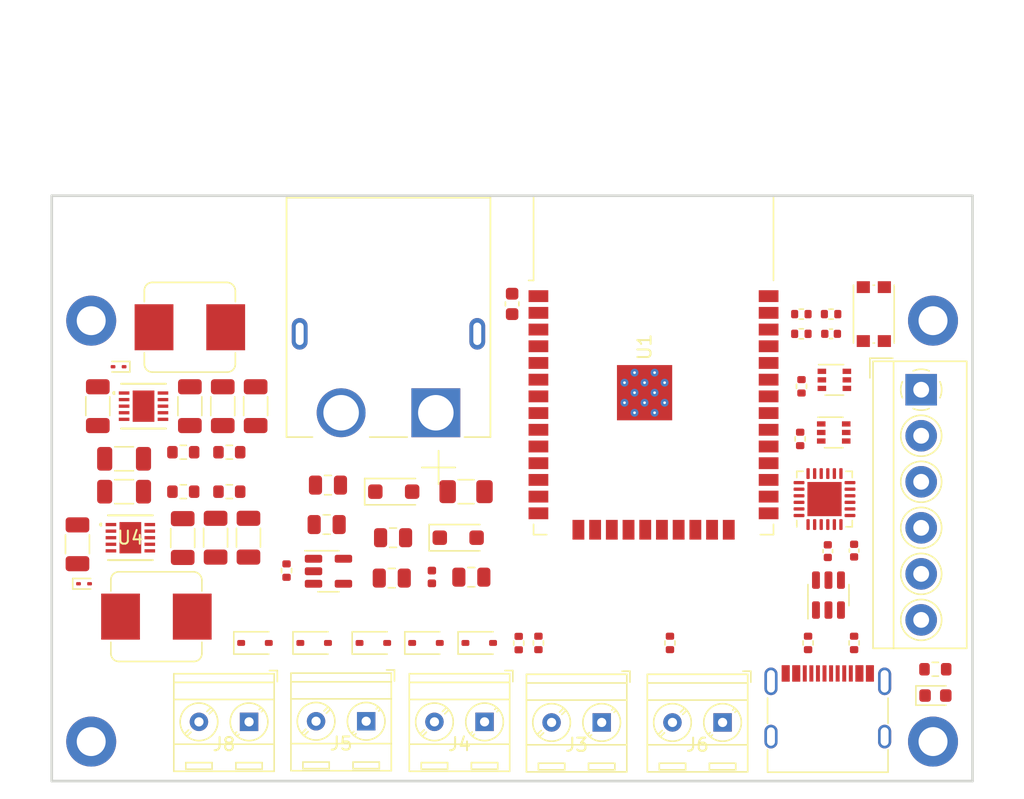
<source format=kicad_pcb>
(kicad_pcb (version 20221018) (generator pcbnew)
  (layers (0 "F.Cu" signal) (1 "In1.Cu" power) (2 "In2.Cu" power) (31 "B.Cu" signal) (34 "B.Paste" user) (35 "F.Paste" user) (36 "B.SilkS" user "B.Silkscreen") (37 "F.SilkS" user "F.Silkscreen") (38 "B.Mask" user) (39 "F.Mask" user) (44 "Edge.Cuts" user))
  (net 0 "")
  (net 1 "/Power/12V_BUCK_SW")
  (net 2 "Net-(U3-BOOST)")
  (net 3 "/Power/PWR_ENABLE")
  (net 5 "/Power/12V_SW_FB")
  (net 6 "GND")
  (net 7 "VBATT")
  (net 8 "/Power/3V_BUCK_SW")
  (net 9 "Net-(U4-BOOST)")
  (net 11 "/Power/3V_SW_FB")
  (net 12 "Net-(J2-+)")
  (net 13 "/MicroController/SBUS_RX_H")
  (net 14 "/MicroController/SBUS_TX")
  (net 15 "Net-(J6-Pin_2)")
  (net 16 "+12V")
  (net 17 "/MicroController/A1_AUX_UP")
  (net 18 "/MicroController/A5_AUX_DN")
  (net 19 "+3.3V")
  (net 20 "/MicroController/A0_REC")
  (net 21 "/MicroController/GPIO2")
  (net 22 "/MicroController/SCL")
  (net 23 "/MicroController/SDA")
  (net 24 "/MicroController/IO12_A11")
  (net 25 "Net-(D4-K)")
  (net 26 "/MicroController/RTS")
  (net 27 "Net-(Q1A-B1)")
  (net 28 "/MicroController/RESET")
  (net 29 "/MicroController/DTR")
  (net 30 "Net-(Q2A-B1)")
  (net 31 "/MicroController/SBUS_RX_L")
  (net 32 "Net-(J1-CC1)")
  (net 33 "Net-(J1-CC2)")
  (net 34 "Net-(U6-VIN)")
  (net 35 "Net-(U6-EN)")
  (net 52 "/MicroController/GPIO0")
  (net 58 "/MicroController/RXDO")
  (net 59 "/MicroController/TXDO")
  (net 60 "/MicroController/USB_CON_D-")
  (net 61 "/MicroController/USB_CON_D+")
  (net 62 "/MicroController/USB_D+")
  (net 63 "VBUS")
  (net 64 "/MicroController/USB_D-")
  (net 79 "Net-(D10-K)")
  (net 80 "Net-(D3-A)")
  (footprint "Resistor_SMD:R_0603_1608Metric" (layer "F.Cu") (at 124.5 86)
    (fp_text reference "R6")
    (fp_text value "11k")
    (pad "1" smd roundrect (at -0.825 0) (size 0.8 0.95) (layers "F.Cu" "F.Paste" "F.Mask") (net 5 "/Power/12V_SW_FB"))
    (pad "2" smd roundrect (at 0.825 0) (size 0.8 0.95) (layers "F.Cu" "F.Paste" "F.Mask") (net 16 "+12V"))
  )
  (footprint "Capacitor_SMD:C_0402_1005Metric" (layer "F.Cu") (at 170 93.52 90)
    (fp_text reference "C13")
    (fp_text value "100nF")
    (pad "1" smd roundrect (at -0.48 0 90) (size 0.56 0.62) (layers "F.Cu" "F.Paste" "F.Mask") (net 63 "VBUS"))
    (pad "2" smd roundrect (at 0.48 0 90) (size 0.56 0.62) (layers "F.Cu" "F.Paste" "F.Mask") (net 6 "GND"))
  )
  (footprint "footprints:DSC_10_TEX" (layer "F.Cu") (at 116.977401 92.499999)
    (fp_text reference "U4" (at 0 0 unlocked) (layer "F.SilkS"))
    (fp_text value "LMR12020XSD/NOPB")
    (pad "1" smd rect (at -1.477401 -1.000001) (size 0.8048 0.2492) (layers "F.Cu" "F.Paste" "F.Mask") (net 8 "/Power/3V_BUCK_SW"))
    (pad "2" smd rect (at -1.477401 -0.499999) (size 0.8048 0.2492) (layers "F.Cu" "F.Paste" "F.Mask") (net 8 "/Power/3V_BUCK_SW"))
    (pad "3" smd rect (at -1.477401 0) (size 0.8048 0.2492) (layers "F.Cu" "F.Paste" "F.Mask") (net 9 "Net-(U4-BOOST)"))
    (pad "4" smd rect (at -1.477401 0.499999) (size 0.8048 0.2492) (layers "F.Cu" "F.Paste" "F.Mask") (net 3 "/Power/PWR_ENABLE"))
    (pad "5" smd rect (at -1.477401 1.000001) (size 0.8048 0.2492) (layers "F.Cu" "F.Paste" "F.Mask"))
    (pad "6" smd rect (at 1.477401 1.000001) (size 0.8048 0.2492) (layers "F.Cu" "F.Paste" "F.Mask") (net 11 "/Power/3V_SW_FB"))
    (pad "7" smd rect (at 1.477401 0.499999) (size 0.8048 0.2492) (layers "F.Cu" "F.Paste" "F.Mask") (net 6 "GND"))
    (pad "8" smd rect (at 1.477401 0) (size 0.8048 0.2492) (layers "F.Cu" "F.Paste" "F.Mask") (net 7 "VBATT"))
    (pad "9" smd rect (at 1.477401 -0.499999) (size 0.8048 0.2492) (layers "F.Cu" "F.Paste" "F.Mask") (net 7 "VBATT"))
    (pad "10" smd rect (at 1.477401 -1.000001) (size 0.8048 0.2492) (layers "F.Cu" "F.Paste" "F.Mask") (net 7 "VBATT"))
    (pad "11" smd rect (at 0 0) (size 1.65 2.38) (layers "F.Cu" "F.Paste" "F.Mask") (net 6 "GND"))
  )
  (footprint "Resistor_SMD:R_0603_1608Metric" (layer "F.Cu") (at 124.5 89)
    (fp_text reference "R8")
    (fp_text value "2.32k")
    (pad "1" smd roundrect (at -0.825 0) (size 0.8 0.95) (layers "F.Cu" "F.Paste" "F.Mask") (net 11 "/Power/3V_SW_FB"))
    (pad "2" smd roundrect (at 0.825 0) (size 0.8 0.95) (layers "F.Cu" "F.Paste" "F.Mask") (net 19 "+3.3V"))
  )
  (footprint "Capacitor_SMD:C_1206_3216Metric" (layer "F.Cu") (at 124 82.500001 -90)
    (fp_text reference "C2")
    (fp_text value "22uF")
    (pad "1" smd roundrect (at -1.475 0 270) (size 1.15 1.8) (layers "F.Cu" "F.Paste" "F.Mask") (roundrect_rratio 0.217391) (net 16 "+12V"))
    (pad "2" smd roundrect (at 1.475 0 270) (size 1.15 1.8) (layers "F.Cu" "F.Paste" "F.Mask") (roundrect_rratio 0.217391) (net 6 "GND"))
  )
  (footprint "MountingHole:MountingHole_2.2mm_M2_DIN965_Pad" (layer "F.Cu") (at 178 108)
    (fp_text reference "H1")
    (fp_text value "MountingHole_Pad")
    (pad "1" thru_hole circle (at 0 0) (size 3.8 3.8) (drill 2.2) (layers "*.Cu" "*.Mask") (net 6 "GND"))
  )
  (footprint "Capacitor_SMD:C_0805_2012Metric" (layer "F.Cu") (at 136.95 92.5 180)
    (fp_text reference "C14")
    (fp_text value "1uF")
    (pad "1" smd roundrect (at -0.95 0 180) (size 1 1.45) (layers "F.Cu" "F.Paste" "F.Mask") (net 79 "Net-(D10-K)"))
    (pad "2" smd roundrect (at 0.95 0 180) (size 1 1.45) (layers "F.Cu" "F.Paste" "F.Mask") (net 6 "GND"))
  )
  (footprint "Resistor_SMD:R_0402_1005Metric" (layer "F.Cu") (at 146.5 100.51 -90)
    (fp_text reference "R7")
    (fp_text value "10k")
    (pad "1" smd roundrect (at -0.51 0 270) (size 0.54 0.64) (layers "F.Cu" "F.Paste" "F.Mask") (net 31 "/MicroController/SBUS_RX_L"))
    (pad "2" smd roundrect (at 0.51 0 270) (size 0.54 0.64) (layers "F.Cu" "F.Paste" "F.Mask") (net 13 "/MicroController/SBUS_RX_H"))
  )
  (footprint "TerminalBlock_4Ucon:TerminalBlock_4Ucon_1x06_P3.50mm_Horizontal" (layer "F.Cu") (at 177.1 81.25 -90)
    (fp_text reference "J7")
    (fp_text value "DNP")
    (pad "1" thru_hole rect (at 0 0 270) (size 2.4 2.4) (drill 1.2) (layers "*.Cu" "*.Mask") (net 19 "+3.3V"))
    (pad "2" thru_hole circle (at 3.5 0 270) (size 2.4 2.4) (drill 1.2) (layers "*.Cu" "*.Mask") (net 6 "GND"))
    (pad "3" thru_hole circle (at 7 0 270) (size 2.4 2.4) (drill 1.2) (layers "*.Cu" "*.Mask") (net 21 "/MicroController/GPIO2"))
    (pad "4" thru_hole circle (at 10.5 0 270) (size 2.4 2.4) (drill 1.2) (layers "*.Cu" "*.Mask") (net 22 "/MicroController/SCL"))
    (pad "5" thru_hole circle (at 14 0 270) (size 2.4 2.4) (drill 1.2) (layers "*.Cu" "*.Mask") (net 23 "/MicroController/SDA"))
    (pad "6" thru_hole circle (at 17.5 0 270) (size 2.4 2.4) (drill 1.2) (layers "*.Cu" "*.Mask") (net 24 "/MicroController/IO12_A11"))
  )
  (footprint "Resistor_SMD:R_0402_1005Metric" (layer "F.Cu") (at 167.99 75.5)
    (fp_text reference "R15")
    (fp_text value "10k")
    (pad "1" smd roundrect (at -0.51 0) (size 0.54 0.64) (layers "F.Cu" "F.Paste" "F.Mask") (net 19 "+3.3V"))
    (pad "2" smd roundrect (at 0.51 0) (size 0.54 0.64) (layers "F.Cu" "F.Paste" "F.Mask") (net 23 "/MicroController/SDA"))
  )
  (footprint "Inductor_SMD:L_Bourns_SRP7028A_7.3x6.6mm" (layer "F.Cu") (at 118.954802 98.499999 180)
    (fp_text reference "L2")
    (fp_text value "3.3uH")
    (pad "1" smd rect (at -2.725 0 180) (size 2.95 3.5) (layers "F.Cu" "F.Paste" "F.Mask") (net 19 "+3.3V"))
    (pad "2" smd rect (at 2.725 0 180) (size 2.95 3.5) (layers "F.Cu" "F.Paste" "F.Mask") (net 8 "/Power/3V_BUCK_SW"))
  )
  (footprint "Resistor_SMD:R_0402_1005Metric" (layer "F.Cu") (at 167.99 77)
    (fp_text reference "R14")
    (fp_text value "10k")
    (pad "1" smd roundrect (at -0.51 0) (size 0.54 0.64) (layers "F.Cu" "F.Paste" "F.Mask") (net 19 "+3.3V"))
    (pad "2" smd roundrect (at 0.51 0) (size 0.54 0.64) (layers "F.Cu" "F.Paste" "F.Mask") (net 22 "/MicroController/SCL"))
  )
  (footprint "Capacitor_SMD:C_1206_3216Metric" (layer "F.Cu") (at 126.5 82.500001 -90)
    (fp_text reference "C4")
    (fp_text value "22uF")
    (pad "1" smd roundrect (at -1.475 0 270) (size 1.15 1.8) (layers "F.Cu" "F.Paste" "F.Mask") (roundrect_rratio 0.217391) (net 16 "+12V"))
    (pad "2" smd roundrect (at 1.475 0 270) (size 1.15 1.8) (layers "F.Cu" "F.Paste" "F.Mask") (roundrect_rratio 0.217391) (net 6 "GND"))
  )
  (footprint "Capacitor_SMD:C_1206_3216Metric" (layer "F.Cu") (at 125.954802 92.499999 -90)
    (fp_text reference "C5")
    (fp_text value "22uF")
    (pad "1" smd roundrect (at -1.475 0 270) (size 1.15 1.8) (layers "F.Cu" "F.Paste" "F.Mask") (roundrect_rratio 0.217391) (net 19 "+3.3V"))
    (pad "2" smd roundrect (at 1.475 0 270) (size 1.15 1.8) (layers "F.Cu" "F.Paste" "F.Mask") (roundrect_rratio 0.217391) (net 6 "GND"))
  )
  (footprint "Capacitor_SMD:C_0805_2012Metric" (layer "F.Cu") (at 132 88.5)
    (fp_text reference "C18")
    (fp_text value "1uF")
    (pad "1" smd roundrect (at -0.95 0) (size 1 1.45) (layers "F.Cu" "F.Paste" "F.Mask") (net 19 "+3.3V"))
    (pad "2" smd roundrect (at 0.95 0) (size 1 1.45) (layers "F.Cu" "F.Paste" "F.Mask") (net 6 "GND"))
  )
  (footprint "Diode_SMD:D_SOD-123F" (layer "F.Cu") (at 141.9 92.5)
    (fp_text reference "D10")
    (fp_text value "MBR120")
    (pad "1" smd roundrect (at -1.4 0) (size 1.1 1.1) (layers "F.Cu" "F.Paste" "F.Mask") (roundrect_rratio 0.2272727273) (net 79 "Net-(D10-K)"))
    (pad "2" smd roundrect (at 1.4 0) (size 1.1 1.1) (layers "F.Cu" "F.Paste" "F.Mask") (roundrect_rratio 0.2272727273) (net 63 "VBUS"))
  )
  (footprint "TerminalBlock_MetzConnect:TerminalBlock_MetzConnect_Type086_RT03402HBLC_1x02_P3.81mm_Horizontal" (layer "F.Cu") (at 126 106.499999 180)
    (fp_text reference "J8" (at 1.905 -1.7) (layer "F.SilkS"))
    (fp_text value "BTN0")
    (pad "1" thru_hole rect (at 0 0 180) (size 1.4 1.4) (drill 0.7) (layers "*.Cu" "*.Mask") (net 19 "+3.3V"))
    (pad "2" thru_hole circle (at 3.81 0 180) (size 1.4 1.4) (drill 0.7) (layers "*.Cu" "*.Mask") (net 20 "/MicroController/A0_REC"))
  )
  (footprint "Package_DFN_QFN:QFN-24-1EP_4x4mm_P0.5mm_EP2.6x2.6mm" (layer "F.Cu") (at 169.75 89.5625 90)
    (fp_text reference "U2")
    (fp_text value "CP2104")
    (pad "1" smd roundrect (at -1.9375 -1.25 90) (size 0.825 0.25) (layers "F.Cu" "F.Paste" "F.Mask"))
    (pad "2" smd roundrect (at -1.9375 -0.75 90) (size 0.825 0.25) (layers "F.Cu" "F.Paste" "F.Mask") (net 6 "GND"))
    (pad "3" smd roundrect (at -1.9375 -0.25 90) (size 0.825 0.25) (layers "F.Cu" "F.Paste" "F.Mask") (net 62 "/MicroController/USB_D+"))
    (pad "4" smd roundrect (at -1.9375 0.25 90) (size 0.825 0.25) (layers "F.Cu" "F.Paste" "F.Mask") (net 64 "/MicroController/USB_D-"))
    (pad "5" smd roundrect (at -1.9375 0.75 90) (size 0.825 0.25) (layers "F.Cu" "F.Paste" "F.Mask") (net 19 "+3.3V"))
    (pad "6" smd roundrect (at -1.9375 1.25 90) (size 0.825 0.25) (layers "F.Cu" "F.Paste" "F.Mask") (net 19 "+3.3V"))
    (pad "7" smd roundrect (at -1.25 1.9375 90) (size 0.25 0.825) (layers "F.Cu" "F.Paste" "F.Mask") (net 19 "+3.3V"))
    (pad "8" smd roundrect (at -0.75 1.9375 90) (size 0.25 0.825) (layers "F.Cu" "F.Paste" "F.Mask") (net 63 "VBUS"))
    (pad "9" smd roundrect (at -0.25 1.9375 90) (size 0.25 0.825) (layers "F.Cu" "F.Paste" "F.Mask"))
    (pad "10" smd roundrect (at 0.25 1.9375 90) (size 0.25 0.825) (layers "F.Cu" "F.Paste" "F.Mask"))
    (pad "11" smd roundrect (at 0.75 1.9375 90) (size 0.25 0.825) (layers "F.Cu" "F.Paste" "F.Mask"))
    (pad "12" smd roundrect (at 1.25 1.9375 90) (size 0.25 0.825) (layers "F.Cu" "F.Paste" "F.Mask"))
    (pad "13" smd roundrect (at 1.9375 1.25 90) (size 0.825 0.25) (layers "F.Cu" "F.Paste" "F.Mask"))
    (pad "14" smd roundrect (at 1.9375 0.75 90) (size 0.825 0.25) (layers "F.Cu" "F.Paste" "F.Mask"))
    (pad "15" smd roundrect (at 1.9375 0.25 90) (size 0.825 0.25) (layers "F.Cu" "F.Paste" "F.Mask"))
    (pad "16" smd roundrect (at 1.9375 -0.25 90) (size 0.825 0.25) (layers "F.Cu" "F.Paste" "F.Mask"))
    (pad "17" smd roundrect (at 1.9375 -0.75 90) (size 0.825 0.25) (layers "F.Cu" "F.Paste" "F.Mask"))
    (pad "18" smd roundrect (at 1.9375 -1.25 90) (size 0.825 0.25) (layers "F.Cu" "F.Paste" "F.Mask"))
    (pad "19" smd roundrect (at 1.25 -1.9375 90) (size 0.25 0.825) (layers "F.Cu" "F.Paste" "F.Mask") (net 26 "/MicroController/RTS"))
    (pad "20" smd roundrect (at 0.75 -1.9375 90) (size 0.25 0.825) (layers "F.Cu" "F.Paste" "F.Mask") (net 59 "/MicroController/TXDO"))
    (pad "21" smd roundrect (at 0.25 -1.9375 90) (size 0.25 0.825) (layers "F.Cu" "F.Paste" "F.Mask") (net 58 "/MicroController/RXDO"))
    (pad "22" smd roundrect (at -0.25 -1.9375 90) (size 0.25 0.825) (layers "F.Cu" "F.Paste" "F.Mask"))
    (pad "23" smd roundrect (at -0.75 -1.9375 90) (size 0.25 0.825) (layers "F.Cu" "F.Paste" "F.Mask") (net 29 "/MicroController/DTR"))
    (pad "24" smd roundrect (at -1.25 -1.9375 90) (size 0.25 0.825) (layers "F.Cu" "F.Paste" "F.Mask"))
    (pad "25" smd rect (at 0 0 90) (size 2.6 2.6) (layers "F.Cu" "F.Mask") (net 6 "GND"))
  )
  (footprint "Resistor_SMD:R_0402_1005Metric" (layer "F.Cu") (at 167.9 84.99 90)
    (fp_text reference "R4")
    (fp_text value "10k")
    (pad "1" smd roundrect (at -0.51 0 90) (size 0.54 0.64) (layers "F.Cu" "F.Paste" "F.Mask") (net 26 "/MicroController/RTS"))
    (pad "2" smd roundrect (at 0.51 0 90) (size 0.54 0.64) (layers "F.Cu" "F.Paste" "F.Mask") (net 27 "Net-(Q1A-B1)"))
  )
  (footprint "Package_TO_SOT_SMD:SOT-23-6" (layer "F.Cu") (at 170.05 96.8625 90)
    (fp_text reference "U5")
    (fp_text value "USBLC6-2SC6")
    (pad "1" smd roundrect (at -1.1375 -0.95 90) (size 1.325 0.6) (layers "F.Cu" "F.Paste" "F.Mask") (net 60 "/MicroController/USB_CON_D-"))
    (pad "2" smd roundrect (at -1.1375 0 90) (size 1.325 0.6) (layers "F.Cu" "F.Paste" "F.Mask") (net 6 "GND"))
    (pad "3" smd roundrect (at -1.1375 0.95 90) (size 1.325 0.6) (layers "F.Cu" "F.Paste" "F.Mask") (net 61 "/MicroController/USB_CON_D+"))
    (pad "4" smd roundrect (at 1.1375 0.95 90) (size 1.325 0.6) (layers "F.Cu" "F.Paste" "F.Mask") (net 62 "/MicroController/USB_D+"))
    (pad "5" smd roundrect (at 1.1375 0 90) (size 1.325 0.6) (layers "F.Cu" "F.Paste" "F.Mask") (net 63 "VBUS"))
    (pad "6" smd roundrect (at 1.1375 -0.95 90) (size 1.325 0.6) (layers "F.Cu" "F.Paste" "F.Mask") (net 64 "/MicroController/USB_D-"))
  )
  (footprint "Resistor_SMD:R_0402_1005Metric" (layer "F.Cu") (at 170.25 75.5)
    (fp_text reference "R3")
    (fp_text value "10k")
    (pad "1" smd roundrect (at -0.51 0) (size 0.54 0.64) (layers "F.Cu" "F.Paste" "F.Mask") (net 19 "+3.3V"))
    (pad "2" smd roundrect (at 0.51 0) (size 0.54 0.64) (layers "F.Cu" "F.Paste" "F.Mask") (net 28 "/MicroController/RESET"))
  )
  (footprint "Resistor_SMD:R_0603_1608Metric" (layer "F.Cu") (at 178.175 102.5)
    (fp_text reference "R10")
    (fp_text value "300")
    (pad "1" smd roundrect (at -0.825 0) (size 0.8 0.95) (layers "F.Cu" "F.Paste" "F.Mask") (net 25 "Net-(D4-K)"))
    (pad "2" smd roundrect (at 0.825 0) (size 0.8 0.95) (layers "F.Cu" "F.Paste" "F.Mask") (net 6 "GND"))
  )
  (footprint "Capacitor_SMD:C_1206_3216Metric" (layer "F.Cu") (at 120.954802 92.524999 -90)
    (fp_text reference "C11")
    (fp_text value "10uF")
    (pad "1" smd roundrect (at -1.475 0 270) (size 1.15 1.8) (layers "F.Cu" "F.Paste" "F.Mask") (roundrect_rratio 0.217391) (net 7 "VBATT"))
    (pad "2" smd roundrect (at 1.475 0 270) (size 1.15 1.8) (layers "F.Cu" "F.Paste" "F.Mask") (roundrect_rratio 0.217391) (net 6 "GND"))
  )
  (footprint "TerminalBlock_MetzConnect:TerminalBlock_MetzConnect_Type086_RT03402HBLC_1x02_P3.81mm_Horizontal" (layer "F.Cu") (at 143.905 106.5 180)
    (fp_text reference "J4" (at 1.905 -1.7) (layer "F.SilkS"))
    (fp_text value "SBUS")
    (pad "1" thru_hole rect (at 0 0 180) (size 1.4 1.4) (drill 0.7) (layers "*.Cu" "*.Mask") (net 13 "/MicroController/SBUS_RX_H"))
    (pad "2" thru_hole circle (at 3.81 0 180) (size 1.4 1.4) (drill 0.7) (layers "*.Cu" "*.Mask") (net 14 "/MicroController/SBUS_TX"))
  )
  (footprint "Diode_SMD:D_SOD-323" (layer "F.Cu") (at 126.45 100.5)
    (fp_text reference "D6")
    (fp_text value "PESD3V3L1BA")
    (pad "1" smd roundrect (at -1.05 0) (size 0.6 0.45) (layers "F.Cu" "F.Paste" "F.Mask") (net 6 "GND"))
    (pad "2" smd roundrect (at 1.05 0) (size 0.6 0.45) (layers "F.Cu" "F.Paste" "F.Mask") (net 20 "/MicroController/A0_REC"))
  )
  (footprint "Fuse:Fuse_1206_3216Metric" (layer "F.Cu") (at 142.5 89)
    (fp_text reference "F1")
    (fp_text value "2A")
    (pad "1" smd roundrect (at -1.4 0) (size 1.25 1.75) (layers "F.Cu" "F.Paste" "F.Mask") (roundrect_rratio 0.2) (net 80 "Net-(D3-A)"))
    (pad "2" smd roundrect (at 1.4 0) (size 1.25 1.75) (layers "F.Cu" "F.Paste" "F.Mask") (roundrect_rratio 0.2) (net 12 "Net-(J2-+)"))
  )
  (footprint "Resistor_SMD:R_0402_1005Metric" (layer "F.Cu") (at 128.85 95 -90)
    (fp_text reference "R9")
    (fp_text value "100k")
    (pad "1" smd roundrect (at -0.51 0 270) (size 0.54 0.64) (layers "F.Cu" "F.Paste" "F.Mask") (net 34 "Net-(U6-VIN)"))
    (pad "2" smd roundrect (at 0.51 0 270) (size 0.54 0.64) (layers "F.Cu" "F.Paste" "F.Mask") (net 35 "Net-(U6-EN)"))
  )
  (footprint "Capacitor_SMD:C_1206_3216Metric" (layer "F.Cu") (at 123.454802 92.499999 -90)
    (fp_text reference "C3")
    (fp_text value "22uF")
    (pad "1" smd roundrect (at -1.475 0 270) (size 1.15 1.8) (layers "F.Cu" "F.Paste" "F.Mask") (roundrect_rratio 0.217391) (net 19 "+3.3V"))
    (pad "2" smd roundrect (at 1.475 0 270) (size 1.15 1.8) (layers "F.Cu" "F.Paste" "F.Mask") (roundrect_rratio 0.217391) (net 6 "GND"))
  )
  (footprint "Diode_SMD:D_SOD-923" (layer "F.Cu") (at 113.454802 95.999999)
    (fp_text reference "D2")
    (fp_text value "0.32V")
    (pad "1" smd roundrect (at -0.42 0 180) (size 0.36 0.25) (layers "F.Cu" "F.Paste" "F.Mask") (net 8 "/Power/3V_BUCK_SW"))
    (pad "2" smd roundrect (at 0.42 0 180) (size 0.36 0.25) (layers "F.Cu" "F.Paste" "F.Mask") (net 6 "GND"))
  )
  (footprint "Package_TO_SOT_SMD:SOT-23-5" (layer "F.Cu") (at 132.0375 95.05)
    (fp_text reference "U6")
    (fp_text value "AP2112K-3.3")
    (pad "1" smd roundrect (at -1.1375 -0.95) (size 1.325 0.6) (layers "F.Cu" "F.Paste" "F.Mask") (net 34 "Net-(U6-VIN)"))
    (pad "2" smd roundrect (at -1.1375 0) (size 1.325 0.6) (layers "F.Cu" "F.Paste" "F.Mask") (net 6 "GND"))
    (pad "3" smd roundrect (at -1.1375 0.95) (size 1.325 0.6) (layers "F.Cu" "F.Paste" "F.Mask") (net 35 "Net-(U6-EN)"))
    (pad "4" smd roundrect (at 1.1375 0.95) (size 1.325 0.6) (layers "F.Cu" "F.Paste" "F.Mask"))
    (pad "5" smd roundrect (at 1.1375 -0.95) (size 1.325 0.6) (layers "F.Cu" "F.Paste" "F.Mask") (net 19 "+3.3V"))
  )
  (footprint "Button_Switch_SMD:SW_Push_1P1T_NO_CK_KMR2" (layer "F.Cu") (at 173.5 75.5 90)
    (fp_text reference "SW1")
    (fp_text value "SW_SPST")
    (pad "1" smd rect (at -2.05 -0.8 90) (size 0.9 1) (layers "F.Cu" "F.Paste" "F.Mask") (net 6 "GND"))
    (pad "1" smd rect (at 2.05 -0.8 90) (size 0.9 1) (layers "F.Cu" "F.Paste" "F.Mask") (net 6 "GND"))
    (pad "2" smd rect (at -2.05 0.8 90) (size 0.9 1) (layers "F.Cu" "F.Paste" "F.Mask") (net 28 "/MicroController/RESET"))
    (pad "2" smd rect (at 2.05 0.8 90) (size 0.9 1) (layers "F.Cu" "F.Paste" "F.Mask") (net 28 "/MicroController/RESET"))
  )
  (footprint "Inductor_SMD:L_Bourns_SRP7028A_7.3x6.6mm" (layer "F.Cu") (at 121.5 76.5 180)
    (fp_text reference "L1")
    (fp_text value "3.3uH")
    (pad "1" smd rect (at -2.725 0 180) (size 2.95 3.5) (layers "F.Cu" "F.Paste" "F.Mask") (net 16 "+12V"))
    (pad "2" smd rect (at 2.725 0 180) (size 2.95 3.5) (layers "F.Cu" "F.Paste" "F.Mask") (net 1 "/Power/12V_BUCK_SW"))
  )
  (footprint "Capacitor_SMD:C_0603_1608Metric" (layer "F.Cu") (at 146 74.725 90)
    (fp_text reference "C19")
    (fp_text value "10uF")
    (pad "1" smd roundrect (at -0.775 0 90) (size 0.9 0.95) (layers "F.Cu" "F.Paste" "F.Mask") (net 19 "+3.3V"))
    (pad "2" smd roundrect (at 0.775 0 90) (size 0.9 0.95) (layers "F.Cu" "F.Paste" "F.Mask") (net 6 "GND"))
  )
  (footprint "Capacitor_SMD:C_0402_1005Metric" (layer "F.Cu") (at 170.25 77)
    (fp_text reference "C1")
    (fp_text value "1uF")
    (pad "1" smd roundrect (at -0.48 0) (size 0.56 0.62) (layers "F.Cu" "F.Paste" "F.Mask") (net 28 "/MicroController/RESET"))
    (pad "2" smd roundrect (at 0.48 0) (size 0.56 0.62) (layers "F.Cu" "F.Paste" "F.Mask") (net 6 "GND"))
  )
  (footprint "Diode_SMD:D_SOD-923" (layer "F.Cu") (at 116.08 79.5 180)
    (fp_text reference "D1")
    (fp_text value "0.32V")
    (pad "1" smd roundrect (at -0.42 0) (size 0.36 0.25) (layers "F.Cu" "F.Paste" "F.Mask") (net 1 "/Power/12V_BUCK_SW"))
    (pad "2" smd roundrect (at 0.42 0) (size 0.36 0.25) (layers "F.Cu" "F.Paste" "F.Mask") (net 6 "GND"))
  )
  (footprint "footprints:DSC_10_TEX" (layer "F.Cu") (at 117.977401 82.499999)
    (fp_text reference "U3")
    (fp_text value "LMR12020XSD/NOPB")
    (pad "1" smd rect (at -1.477401 -1.000001) (size 0.8048 0.2492) (layers "F.Cu" "F.Paste" "F.Mask") (net 1 "/Power/12V_BUCK_SW"))
    (pad "2" smd rect (at -1.477401 -0.499999) (size 0.8048 0.2492) (layers "F.Cu" "F.Paste" "F.Mask") (net 1 "/Power/12V_BUCK_SW"))
    (pad "3" smd rect (at -1.477401 0) (size 0.8048 0.2492) (layers "F.Cu" "F.Paste" "F.Mask") (net 2 "Net-(U3-BOOST)"))
    (pad "4" smd rect (at -1.477401 0.499999) (size 0.8048 0.2492) (layers "F.Cu" "F.Paste" "F.Mask") (net 3 "/Power/PWR_ENABLE"))
    (pad "5" smd rect (at -1.477401 1.000001) (size 0.8048 0.2492) (layers "F.Cu" "F.Paste" "F.Mask"))
    (pad "6" smd rect (at 1.477401 1.000001) (size 0.8048 0.2492) (layers "F.Cu" "F.Paste" "F.Mask") (net 5 "/Power/12V_SW_FB"))
    (pad "7" smd rect (at 1.477401 0.499999) (size 0.8048 0.2492) (layers "F.Cu" "F.Paste" "F.Mask") (net 6 "GND"))
    (pad "8" smd rect (at 1.477401 0) (size 0.8048 0.2492) (layers "F.Cu" "F.Paste" "F.Mask") (net 7 "VBATT"))
    (pad "9" smd rect (at 1.477401 -0.499999) (size 0.8048 0.2492) (layers "F.Cu" "F.Paste" "F.Mask") (net 7 "VBATT"))
    (pad "10" smd rect (at 1.477401 -1.000001) (size 0.8048 0.2492) (layers "F.Cu" "F.Paste" "F.Mask") (net 7 "VBATT"))
    (pad "11" smd rect (at 0 0) (size 1.65 2.38) (layers "F.Cu" "F.Paste" "F.Mask") (net 6 "GND"))
  )
  (footprint "Package_TO_SOT_SMD:SOT-363_SC-70-6" (layer "F.Cu") (at 170.5 80.5)
    (fp_text reference "Q2")
    (fp_text value "MMDT2222A")
    (pad "1" smd rect (at -0.95 -0.65) (size 0.65 0.4) (layers "F.Cu" "F.Paste" "F.Mask") (net 26 "/MicroController/RTS"))
    (pad "2" smd rect (at -0.95 0) (size 0.65 0.4) (layers "F.Cu" "F.Paste" "F.Mask") (net 30 "Net-(Q2A-B1)"))
    (pad "3" smd rect (at -0.95 0.65) (size 0.65 0.4) (layers "F.Cu" "F.Paste" "F.Mask"))
    (pad "4" smd rect (at 0.95 0.65) (size 0.65 0.4) (layers "F.Cu" "F.Paste" "F.Mask"))
    (pad "5" smd rect (at 0.95 0) (size 0.65 0.4) (layers "F.Cu" "F.Paste" "F.Mask"))
    (pad "6" smd rect (at 0.95 -0.65) (size 0.65 0.4) (layers "F.Cu" "F.Paste" "F.Mask") (net 28 "/MicroController/RESET"))
  )
  (footprint "footprints:AMASS_XT60PW-M" (layer "F.Cu") (at 136.6 77)
    (fp_text reference "J2")
    (fp_text value "XT60PW-M")
    (pad "1" thru_hole rect (at 3.6 6) (size 3.716 3.716) (drill 2.7) (layers "*.Cu" "*.Mask") (net 12 "Net-(J2-+)"))
    (pad "2" thru_hole circle (at -3.6 6) (size 3.716 3.716) (drill 2.7) (layers "*.Cu" "*.Mask") (net 6 "GND"))
    (pad "S1" thru_hole oval (at 6.75 0) (size 1.2 2.4) (drill oval 0.6 1.7) (layers "*.Cu" "*.Mask"))
    (pad "S2" thru_hole oval (at -6.75 0) (size 1.2 2.4) (drill oval 0.6 1.7) (layers "*.Cu" "*.Mask"))
  )
  (footprint "RF_Module:ESP32-WROOM-32" (layer "F.Cu") (at 156.75 82.385)
    (fp_text reference "U1" (at -0.68 -4.385 90) (layer "F.SilkS"))
    (fp_text value "ESP32-WROOM-32")
    (pad "1" smd rect (at -8.75 -8.25) (size 1.5 0.9) (layers "F.Cu" "F.Paste" "F.Mask") (net 6 "GND"))
    (pad "2" smd rect (at -8.75 -6.98) (size 1.5 0.9) (layers "F.Cu" "F.Paste" "F.Mask") (net 19 "+3.3V"))
    (pad "3" smd rect (at -8.75 -5.71) (size 1.5 0.9) (layers "F.Cu" "F.Paste" "F.Mask") (net 28 "/MicroController/RESET"))
    (pad "4" smd rect (at -8.75 -4.44) (size 1.5 0.9) (layers "F.Cu" "F.Paste" "F.Mask"))
    (pad "5" smd rect (at -8.75 -3.17) (size 1.5 0.9) (layers "F.Cu" "F.Paste" "F.Mask"))
    (pad "6" smd rect (at -8.75 -1.9) (size 1.5 0.9) (layers "F.Cu" "F.Paste" "F.Mask"))
    (pad "7" smd rect (at -8.75 -0.63) (size 1.5 0.9) (layers "F.Cu" "F.Paste" "F.Mask"))
    (pad "8" smd rect (at -8.75 0.64) (size 1.5 0.9) (layers "F.Cu" "F.Paste" "F.Mask"))
    (pad "9" smd rect (at -8.75 1.91) (size 1.5 0.9) (layers "F.Cu" "F.Paste" "F.Mask"))
    (pad "10" smd rect (at -8.75 3.18) (size 1.5 0.9) (layers "F.Cu" "F.Paste" "F.Mask") (net 17 "/MicroController/A1_AUX_UP"))
    (pad "11" smd rect (at -8.75 4.45) (size 1.5 0.9) (layers "F.Cu" "F.Paste" "F.Mask") (net 20 "/MicroController/A0_REC"))
    (pad "12" smd rect (at -8.75 5.72) (size 1.5 0.9) (layers "F.Cu" "F.Paste" "F.Mask"))
    (pad "13" smd rect (at -8.75 6.99) (size 1.5 0.9) (layers "F.Cu" "F.Paste" "F.Mask"))
    (pad "14" smd rect (at -8.75 8.26) (size 1.5 0.9) (layers "F.Cu" "F.Paste" "F.Mask") (net 24 "/MicroController/IO12_A11"))
    (pad "15" smd rect (at -5.71 9.51 90) (size 1.5 0.9) (layers "F.Cu" "F.Paste" "F.Mask") (net 6 "GND"))
    (pad "16" smd rect (at -4.44 9.51 90) (size 1.5 0.9) (layers "F.Cu" "F.Paste" "F.Mask"))
    (pad "17" smd rect (at -3.17 9.51 90) (size 1.5 0.9) (layers "F.Cu" "F.Paste" "F.Mask"))
    (pad "18" smd rect (at -1.9 9.51 90) (size 1.5 0.9) (layers "F.Cu" "F.Paste" "F.Mask"))
    (pad "19" smd rect (at -0.63 9.51 90) (size 1.5 0.9) (layers "F.Cu" "F.Paste" "F.Mask"))
    (pad "20" smd rect (at 0.64 9.51 90) (size 1.5 0.9) (layers "F.Cu" "F.Paste" "F.Mask"))
    (pad "21" smd rect (at 1.91 9.51 90) (size 1.5 0.9) (layers "F.Cu" "F.Paste" "F.Mask"))
    (pad "22" smd rect (at 3.18 9.51 90) (size 1.5 0.9) (layers "F.Cu" "F.Paste" "F.Mask"))
    (pad "23" smd rect (at 4.45 9.51 90) (size 1.5 0.9) (layers "F.Cu" "F.Paste" "F.Mask"))
    (pad "24" smd rect (at 5.72 9.51 90) (size 1.5 0.9) (layers "F.Cu" "F.Paste" "F.Mask") (net 21 "/MicroController/GPIO2"))
    (pad "25" smd rect (at 8.75 8.26) (size 1.5 0.9) (layers "F.Cu" "F.Paste" "F.Mask") (net 52 "/MicroController/GPIO0"))
    (pad "26" smd rect (at 8.75 6.99) (size 1.5 0.9) (layers "F.Cu" "F.Paste" "F.Mask") (net 18 "/MicroController/A5_AUX_DN"))
    (pad "27" smd rect (at 8.75 5.72) (size 1.5 0.9) (layers "F.Cu" "F.Paste" "F.Mask") (net 31 "/MicroController/SBUS_RX_L"))
    (pad "28" smd rect (at 8.75 4.45) (size 1.5 0.9) (layers "F.Cu" "F.Paste" "F.Mask") (net 14 "/MicroController/SBUS_TX"))
    (pad "29" smd rect (at 8.75 3.18) (size 1.5 0.9) (layers "F.Cu" "F.Paste" "F.Mask"))
    (pad "30" smd rect (at 8.75 1.91) (size 1.5 0.9) (layers "F.Cu" "F.Paste" "F.Mask"))
    (pad "31" smd rect (at 8.75 0.64) (size 1.5 0.9) (layers "F.Cu" "F.Paste" "F.Mask"))
    (pad "32" smd rect (at 8.75 -0.63) (size 1.5 0.9) (layers "F.Cu" "F.Paste" "F.Mask"))
    (pad "33" smd rect (at 8.75 -1.9) (size 1.5 0.9) (layers "F.Cu" "F.Paste" "F.Mask"))
    (pad "34" smd rect (at 8.75 -3.17) (size 1.5 0.9) (layers "F.Cu" "F.Paste" "F.Mask") (net 58 "/MicroController/RXDO"))
    (pad "35" smd rect (at 8.75 -4.44) (size 1.5 0.9) (layers "F.Cu" "F.Paste" "F.Mask") (net 59 "/MicroController/TXDO"))
    (pad "36" smd rect (at 8.75 -5.71) (size 1.5 0.9) (layers "F.Cu" "F.Paste" "F.Mask") (net 22 "/MicroController/SCL"))
    (pad "37" smd rect (at 8.75 -6.98) (size 1.5 0.9) (layers "F.Cu" "F.Paste" "F.Mask") (net 23 "/MicroController/SDA"))
    (pad "38" smd rect (at 8.75 -8.25) (size 1.5 0.9) (layers "F.Cu" "F.Paste" "F.Mask") (net 6 "GND"))
    (pad "39" smd rect (at -2.205 -2.435) (size 1.05 1.05) (layers "F.Cu" "F.Paste") (net 6 "GND"))
    (pad "39" thru_hole circle (at -2.205 -1.6725) (size 0.6 0.6) (drill 0.2) (property pad_prop_heatsink) (layers "*.Cu" "F.Mask") (net 6 "GND"))
    (pad "39" smd rect (at -2.205 -0.91) (size 1.05 1.05) (layers "F.Cu" "F.Paste") (net 6 "GND"))
    (pad "39" thru_hole circle (at -2.205 -0.1475) (size 0.6 0.6) (drill 0.2) (property pad_prop_heatsink) (layers "*.Cu" "F.Mask") (net 6 "GND"))
    (pad "39" smd rect (at -2.205 0.615) (size 1.05 1.05) (layers "F.Cu" "F.Paste") (net 6 "GND"))
    (pad "39" thru_hole circle (at -1.4425 -2.435) (size 0.6 0.6) (drill 0.2) (property pad_prop_heatsink) (layers "*.Cu" "F.Mask") (net 6 "GND"))
    (pad "39" thru_hole circle (at -1.4425 -0.91) (size 0.6 0.6) (drill 0.2) (property pad_prop_heatsink) (layers "*.Cu" "F.Mask") (net 6 "GND"))
    (pad "39" thru_hole circle (at -1.4425 0.615) (size 0.6 0.6) (drill 0.2) (property pad_prop_heatsink) (layers "*.Cu" "F.Mask") (net 6 "GND"))
    (pad "39" smd rect (at -0.68 -2.435) (size 1.05 1.05) (layers "F.Cu" "F.Paste") (net 6 "GND"))
    (pad "39" thru_hole circle (at -0.68 -1.6725) (size 0.6 0.6) (drill 0.2) (property pad_prop_heatsink) (layers "*.Cu" "F.Mask") (net 6 "GND"))
    (pad "39" smd rect (at -0.68 -0.91) (size 1.05 1.05) (layers "F.Cu" "F.Paste") (net 6 "GND"))
    (pad "39" smd rect (at -0.68 -0.91) (size 4.2 4.2) (layers "F.Cu" "F.Mask") (net 6 "GND"))
    (pad "39" thru_hole circle (at -0.68 -0.1475) (size 0.6 0.6) (drill 0.2) (property pad_prop_heatsink) (layers "*.Cu" "F.Mask") (net 6 "GND"))
    (pad "39" smd rect (at -0.68 0.615) (size 1.05 1.05) (layers "F.Cu" "F.Paste") (net 6 "GND"))
    (pad "39" thru_hole circle (at 0.0825 -2.435) (size 0.6 0.6) (drill 0.2) (property pad_prop_heatsink) (layers "*.Cu" "F.Mask") (net 6 "GND"))
    (pad "39" thru_hole circle (at 0.0825 -0.91) (size 0.6 0.6) (drill 0.2) (property pad_prop_heatsink) (layers "*.Cu" "F.Mask") (net 6 "GND"))
    (pad "39" thru_hole circle (at 0.0825 0.615) (size 0.6 0.6) (drill 0.2) (property pad_prop_heatsink) (layers "*.Cu" "F.Mask") (net 6 "GND"))
    (pad "39" smd rect (at 0.845 -2.435) (size 1.05 1.05) (layers "F.Cu" "F.Paste") (net 6 "GND"))
    (pad "39" thru_hole circle (at 0.845 -1.6725) (size 0.6 0.6) (drill 0.2) (property pad_prop_heatsink) (layers "*.Cu" "F.Mask") (net 6 "GND"))
    (pad "39" smd rect (at 0.845 -0.91) (size 1.05 1.05) (layers "F.Cu" "F.Paste") (net 6 "GND"))
    (pad "39" thru_hole circle (at 0.845 -0.1475) (size 0.6 0.6) (drill 0.2) (property pad_prop_heatsink) (layers "*.Cu" "F.Mask") (net 6 "GND"))
    (pad "39" smd rect (at 0.845 0.615) (size 1.05 1.05) (layers "F.Cu" "F.Paste") (net 6 "GND"))
  )
  (footprint "MountingHole:MountingHole_2.2mm_M2_DIN965_Pad" (layer "F.Cu") (at 114 76)
    (fp_text reference "H3")
    (fp_text value "MountingHole_Pad")
    (pad "1" thru_hole circle (at 0 0) (size 3.8 3.8) (drill 2.2) (layers "*.Cu" "*.Mask") (net 6 "GND"))
  )
  (footprint "Diode_SMD:D_SOD-323" (layer "F.Cu") (at 135.45 100.5)
    (fp_text reference "D7")
    (fp_text value "PESD3V3L1BA")
    (pad "1" smd roundrect (at -1.05 0) (size 0.6 0.45) (layers "F.Cu" "F.Paste" "F.Mask") (net 6 "GND"))
    (pad "2" smd roundrect (at 1.05 0) (size 0.6 0.45) (layers "F.Cu" "F.Paste" "F.Mask") (net 17 "/MicroController/A1_AUX_UP"))
  )
  (footprint "Capacitor_SMD:C_1206_3216Metric" (layer "F.Cu") (at 116.5 88.999999)
    (fp_text reference "C12")
    (fp_text value "0.18uF")
    (pad "1" smd roundrect (at -1.475 0) (size 1.15 1.8) (layers "F.Cu" "F.Paste" "F.Mask") (roundrect_rratio 0.217391) (net 11 "/Power/3V_SW_FB"))
    (pad "2" smd roundrect (at 1.475 0) (size 1.15 1.8) (layers "F.Cu" "F.Paste" "F.Mask") (roundrect_rratio 0.217391) (net 19 "+3.3V"))
  )
  (footprint "Capacitor_SMD:C_1206_3216Metric" (layer "F.Cu") (at 114.5 82.500001 -90)
    (fp_text reference "C6")
    (fp_text value "0.1uF")
    (pad "1" smd roundrect (at -1.475 0 270) (size 1.15 1.8) (layers "F.Cu" "F.Paste" "F.Mask") (roundrect_rratio 0.217391) (net 1 "/Power/12V_BUCK_SW"))
    (pad "2" smd roundrect (at 1.475 0 270) (size 1.15 1.8) (layers "F.Cu" "F.Paste" "F.Mask") (roundrect_rratio 0.217391) (net 2 "Net-(U3-BOOST)"))
  )
  (footprint "TerminalBlock_MetzConnect:TerminalBlock_MetzConnect_Type086_RT03402HBLC_1x02_P3.81mm_Horizontal" (layer "F.Cu") (at 134.905 106.455 180)
    (fp_text reference "J5" (at 1.905 -1.7) (layer "F.SilkS"))
    (fp_text value "BTN1")
    (pad "1" thru_hole rect (at 0 0 180) (size 1.4 1.4) (drill 0.7) (layers "*.Cu" "*.Mask") (net 17 "/MicroController/A1_AUX_UP"))
    (pad "2" thru_hole circle (at 3.81 0 180) (size 1.4 1.4) (drill 0.7) (layers "*.Cu" "*.Mask") (net 18 "/MicroController/A5_AUX_DN"))
  )
  (footprint "Diode_SMD:D_SOD-323" (layer "F.Cu") (at 130.95 100.5)
    (fp_text reference "D8")
    (fp_text value "PESD3V3L1BA")
    (pad "1" smd roundrect (at -1.05 0) (size 0.6 0.45) (layers "F.Cu" "F.Paste" "F.Mask") (net 6 "GND"))
    (pad "2" smd roundrect (at 1.05 0) (size 0.6 0.45) (layers "F.Cu" "F.Paste" "F.Mask") (net 18 "/MicroController/A5_AUX_DN"))
  )
  (footprint "Resistor_SMD:R_0402_1005Metric" (layer "F.Cu") (at 158 100.5 -90)
    (fp_text reference "R11")
    (fp_text value "10k")
    (pad "1" smd roundrect (at -0.51 0 270) (size 0.54 0.64) (layers "F.Cu" "F.Paste" "F.Mask") (net 15 "Net-(J6-Pin_2)"))
    (pad "2" smd roundrect (at 0.51 0 270) (size 0.54 0.64) (layers "F.Cu" "F.Paste" "F.Mask") (net 3 "/Power/PWR_ENABLE"))
  )
  (footprint "Capacitor_SMD:C_1206_3216Metric" (layer "F.Cu") (at 112.954802 92.999999 -90)
    (fp_text reference "C8")
    (fp_text value "0.1uF")
    (pad "1" smd roundrect (at -1.475 0 270) (size 1.15 1.8) (layers "F.Cu" "F.Paste" "F.Mask") (roundrect_rratio 0.217391) (net 8 "/Power/3V_BUCK_SW"))
    (pad "2" smd roundrect (at 1.475 0 270) (size 1.15 1.8) (layers "F.Cu" "F.Paste" "F.Mask") (roundrect_rratio 0.217391) (net 9 "Net-(U4-BOOST)"))
  )
  (footprint "Diode_SMD:D_SOD-323" (layer "F.Cu") (at 143.5 100.5)
    (fp_text reference "D9")
    (fp_text value "PESD3V3L1BA")
    (pad "1" smd roundrect (at -1.05 0) (size 0.6 0.45) (layers "F.Cu" "F.Paste" "F.Mask") (net 6 "GND"))
    (pad "2" smd roundrect (at 1.05 0) (size 0.6 0.45) (layers "F.Cu" "F.Paste" "F.Mask") (net 13 "/MicroController/SBUS_RX_H"))
  )
  (footprint "Resistor_SMD:R_0402_1005Metric" (layer "F.Cu") (at 168.5 100.5 -90)
    (fp_text reference "R12")
    (fp_text value "5k1")
    (pad "1" smd roundrect (at -0.51 0 270) (size 0.54 0.64) (layers "F.Cu" "F.Paste" "F.Mask") (net 6 "GND"))
    (pad "2" smd roundrect (at 0.51 0 270) (size 0.54 0.64) (layers "F.Cu" "F.Paste" "F.Mask") (net 32 "Net-(J1-CC1)"))
  )
  (footprint "Capacitor_SMD:C_0805_2012Metric" (layer "F.Cu") (at 142.9 95.5)
    (fp_text reference "C16")
    (fp_text value "10uF")
    (pad "1" smd roundrect (at -0.95 0) (size 1 1.45) (layers "F.Cu" "F.Paste" "F.Mask") (net 34 "Net-(U6-VIN)"))
    (pad "2" smd roundrect (at 0.95 0) (size 1 1.45) (layers "F.Cu" "F.Paste" "F.Mask") (net 6 "GND"))
  )
  (footprint "Diode_SMD:D_SOD-123F" (layer "F.Cu") (at 137 89)
    (fp_text reference "D3")
    (fp_text value "MBR120")
    (pad "1" smd roundrect (at -1.4 0) (size 1.1 1.1) (layers "F.Cu" "F.Paste" "F.Mask") (roundrect_rratio 0.2272727273) (net 7 "VBATT"))
    (pad "2" smd roundrect (at 1.4 0) (size 1.1 1.1) (layers "F.Cu" "F.Paste" "F.Mask") (roundrect_rratio 0.2272727273) (net 80 "Net-(D3-A)"))
  )
  (footprint "Capacitor_SMD:C_0805_2012Metric" (layer "F.Cu") (at 136.85 95.57)
    (fp_text reference "C15")
    (fp_text value "1uF")
    (pad "1" smd roundrect (at -0.95 0) (size 1 1.45) (layers "F.Cu" "F.Paste" "F.Mask") (net 34 "Net-(U6-VIN)"))
    (pad "2" smd roundrect (at 0.95 0) (size 1 1.45) (layers "F.Cu" "F.Paste" "F.Mask") (net 6 "GND"))
  )
  (footprint "Capacitor_SMD:C_0805_2012Metric" (layer "F.Cu") (at 131.9 91.5)
    (fp_text reference "C17")
    (fp_text value "10uF")
    (pad "1" smd roundrect (at -0.95 0) (size 1 1.45) (layers "F.Cu" "F.Paste" "F.Mask") (net 19 "+3.3V"))
    (pad "2" smd roundrect (at 0.95 0) (size 1 1.45) (layers "F.Cu" "F.Paste" "F.Mask") (net 6 "GND"))
  )
  (footprint "TerminalBlock_MetzConnect:TerminalBlock_MetzConnect_Type086_RT03402HBLC_1x02_P3.81mm_Horizontal" (layer "F.Cu") (at 152.81 106.545 180)
    (fp_text reference "J3" (at 1.905 -1.7) (layer "F.SilkS"))
    (fp_text value "12V")
    (pad "1" thru_hole rect (at 0 0 180) (size 1.4 1.4) (drill 0.7) (layers "*.Cu" "*.Mask") (net 16 "+12V"))
    (pad "2" thru_hole circle (at 3.81 0 180) (size 1.4 1.4) (drill 0.7) (layers "*.Cu" "*.Mask") (net 6 "GND"))
  )
  (footprint "Diode_SMD:D_SOD-323" (layer "F.Cu") (at 139.45 100.5)
    (fp_text reference "D5")
    (fp_text value "PESD3V3L1BA")
    (pad "1" smd roundrect (at -1.05 0) (size 0.6 0.45) (layers "F.Cu" "F.Paste" "F.Mask") (net 6 "GND"))
    (pad "2" smd roundrect (at 1.05 0) (size 0.6 0.45) (layers "F.Cu" "F.Paste" "F.Mask") (net 14 "/MicroController/SBUS_TX"))
  )
  (footprint "Resistor_SMD:R_0603_1608Metric" (layer "F.Cu") (at 121 86.000001 180)
    (fp_text reference "R1")
    (fp_text value "1k")
    (pad "1" smd roundrect (at -0.825 0 180) (size 0.8 0.95) (layers "F.Cu" "F.Paste" "F.Mask") (net 5 "/Power/12V_SW_FB"))
    (pad "2" smd roundrect (at 0.825 0 180) (size 0.8 0.95) (layers "F.Cu" "F.Paste" "F.Mask") (net 6 "GND"))
  )
  (footprint "Resistor_SMD:R_0402_1005Metric" (layer "F.Cu") (at 148 100.5 90)
    (fp_text reference "R16")
    (fp_text value "20k")
    (pad "1" smd roundrect (at -0.51 0 90) (size 0.54 0.64) (layers "F.Cu" "F.Paste" "F.Mask") (net 6 "GND"))
    (pad "2" smd roundrect (at 0.51 0 90) (size 0.54 0.64) (layers "F.Cu" "F.Paste" "F.Mask") (net 31 "/MicroController/SBUS_RX_L"))
  )
  (footprint "LED_SMD:LED_0603_1608Metric" (layer "F.Cu") (at 178.1825 104.5)
    (fp_text reference "D4")
    (fp_text value "LED")
    (pad "1" smd roundrect (at -0.7875 0) (size 0.875 0.95) (layers "F.Cu" "F.Paste" "F.Mask") (net 25 "Net-(D4-K)"))
    (pad "2" smd roundrect (at 0.7875 0) (size 0.875 0.95) (layers "F.Cu" "F.Paste" "F.Mask") (net 19 "+3.3V"))
  )
  (footprint "Package_TO_SOT_SMD:SOT-363_SC-70-6" (layer "F.Cu") (at 170.45 84.5)
    (fp_text reference "Q1")
    (fp_text value "MMDT2222A")
    (pad "1" smd rect (at -0.95 -0.65) (size 0.65 0.4) (layers "F.Cu" "F.Paste" "F.Mask") (net 29 "/MicroController/DTR"))
    (pad "2" smd rect (at -0.95 0) (size 0.65 0.4) (layers "F.Cu" "F.Paste" "F.Mask") (net 27 "Net-(Q1A-B1)"))
    (pad "3" smd rect (at -0.95 0.65) (size 0.65 0.4) (layers "F.Cu" "F.Paste" "F.Mask"))
    (pad "4" smd rect (at 0.95 0.65) (size 0.65 0.4) (layers "F.Cu" "F.Paste" "F.Mask"))
    (pad "5" smd rect (at 0.95 0) (size 0.65 0.4) (layers "F.Cu" "F.Paste" "F.Mask"))
    (pad "6" smd rect (at 0.95 -0.65) (size 0.65 0.4) (layers "F.Cu" "F.Paste" "F.Mask") (net 52 "/MicroController/GPIO0"))
  )
  (footprint "Resistor_SMD:R_0603_1608Metric" (layer "F.Cu") (at 121 89)
    (fp_text reference "R2")
    (fp_text value "1.02k")
    (pad "1" smd roundrect (at -0.825 0) (size 0.8 0.95) (layers "F.Cu" "F.Paste" "F.Mask") (net 11 "/Power/3V_SW_FB"))
    (pad "2" smd roundrect (at 0.825 0) (size 0.8 0.95) (layers "F.Cu" "F.Paste" "F.Mask") (net 6 "GND"))
  )
  (footprint "Capacitor_SMD:C_1206_3216Metric" (layer "F.Cu") (at 121.5 82.500001 -90)
    (fp_text reference "C9")
    (fp_text value "10uF")
    (pad "1" smd roundrect (at -1.475 0 270) (size 1.15 1.8) (layers "F.Cu" "F.Paste" "F.Mask") (roundrect_rratio 0.217391) (net 7 "VBATT"))
    (pad "2" smd roundrect (at 1.475 0 270) (size 1.15 1.8) (layers "F.Cu" "F.Paste" "F.Mask") (roundrect_rratio 0.217391) (net 6 "GND"))
  )
  (footprint "Connector_USB:USB_C_Receptacle_G-Switch_GT-USB-7010ASV" (layer "F.Cu") (at 170 106.545)
    (fp_text reference "J1")
    (fp_text value "USB_C_Receptacle_USB2.0")
    (pad "" np_thru_hole circle (at -2.89 -2.605) (size 0.65 0.65) (drill 0.65) (layers "*.Cu" "*.Mask"))
    (pad "" np_thru_hole circle (at 2.89 -2.605) (size 0.65 0.65) (drill 0.65) (layers "*.Cu" "*.Mask"))
    (pad "A1" smd rect (at -3.2 -3.725) (size 0.6 1.24) (layers "F.Cu" "F.Paste" "F.Mask") (net 6 "GND"))
    (pad "A4" smd rect (at -2.4 -3.725) (size 0.6 1.24) (layers "F.Cu" "F.Paste" "F.Mask") (net 63 "VBUS"))
    (pad "A5" smd rect (at -1.25 -3.725) (size 0.3 1.24) (layers "F.Cu" "F.Paste" "F.Mask") (net 32 "Net-(J1-CC1)"))
    (pad "A6" smd rect (at -0.25 -3.725) (size 0.3 1.24) (layers "F.Cu" "F.Paste" "F.Mask") (net 61 "/MicroController/USB_CON_D+"))
    (pad "A7" smd rect (at 0.25 -3.725) (size 0.3 1.24) (layers "F.Cu" "F.Paste" "F.Mask") (net 60 "/MicroController/USB_CON_D-"))
    (pad "A8" smd rect (at 1.25 -3.725) (size 0.3 1.24) (layers "F.Cu" "F.Paste" "F.Mask"))
    (pad "A9" smd rect (at 2.4 -3.725) (size 0.6 1.24) (layers "F.Cu" "F.Paste" "F.Mask") (net 63 "VBUS"))
    (pad "A12" smd rect (at 3.2 -3.725) (size 0.6 1.24) (layers "F.Cu" "F.Paste" "F.Mask") (net 6 "GND"))
    (pad "B1" smd rect (at 3.2 -3.725) (size 0.6 1.24) (layers "F.Cu" "F.Paste" "F.Mask") (net 6 "GND"))
    (pad "B4" smd rect (at 2.4 -3.725) (size 0.6 1.24) (layers "F.Cu" "F.Paste" "F.Mask") (net 63 "VBUS"))
    (pad "B5" smd rect (at 1.75 -3.725) (size 0.3 1.24) (layers "F.Cu" "F.Paste" "F.Mask") (net 33 "Net-(J1-CC2)"))
    (pad "B6" smd rect (at 0.75 -3.725) (size 0.3 1.24) (layers "F.Cu" "F.Paste" "F.Mask") (net 61 "/MicroController/USB_CON_D+"))
    (pad "B7" smd rect (at -0.75 -3.725) (size 0.3 1.24) (layers "F.Cu" "F.Paste" "F.Mask") (net 60 "/MicroController/USB_CON_D-"))
    (pad "B8" smd rect (at -1.75 -3.725) (size 0.3 1.24) (layers "F.Cu" "F.Paste" "F.Mask"))
    (pad "B9" smd rect (at -2.4 -3.725) (size 0.6 1.24) (layers "F.Cu" "F.Paste" "F.Mask") (net 63 "VBUS"))
    (pad "B12" smd rect (at -3.2 -3.725) (size 0.6 1.24) (layers "F.Cu" "F.Paste" "F.Mask") (net 6 "GND"))
    (pad "S1" thru_hole oval (at -4.32 -3.125) (size 1 2.1) (drill oval 0.6 1.7) (layers "*.Cu" "*.Mask") (net 6 "GND"))
    (pad "S1" thru_hole oval (at -4.32 1.075) (size 1 1.8) (drill oval 0.6 1.4) (layers "*.Cu" "*.Mask") (net 6 "GND"))
    (pad "S1" thru_hole oval (at 4.32 -3.125) (size 1 2.1) (drill oval 0.6 1.7) (layers "*.Cu" "*.Mask") (net 6 "GND"))
    (pad "S1" thru_hole oval (at 4.32 1.075) (size 1 1.8) (drill oval 0.6 1.4) (layers "*.Cu" "*.Mask") (net 6 "GND"))
  )
  (footprint "TerminalBlock_MetzConnect:TerminalBlock_MetzConnect_Type086_RT03402HBLC_1x02_P3.81mm_Horizontal" (layer "F.Cu") (at 162 106.545 180)
    (fp_text reference "J6" (at 1.905 -1.7) (layer "F.SilkS"))
    (fp_text value "SW")
    (pad "1" thru_hole rect (at 0 0 180) (size 1.4 1.4) (drill 0.7) (layers "*.Cu" "*.Mask") (net 7 "VBATT"))
    (pad "2" thru_hole circle (at 3.81 0 180) (size 1.4 1.4) (drill 0.7) (layers "*.Cu" "*.Mask") (net 15 "Net-(J6-Pin_2)"))
  )
  (footprint "Resistor_SMD:R_0402_1005Metric" (layer "F.Cu") (at 172 100.5 90)
    (fp_text reference "R13")
    (fp_text value "5k1")
    (pad "1" smd roundrect (at -0.51 0 90) (size 0.54 0.64) (layers "F.Cu" "F.Paste" "F.Mask") (net 33 "Net-(J1-CC2)"))
    (pad "2" smd roundrect (at 0.51 0 90) (size 0.54 0.64) (layers "F.Cu" "F.Paste" "F.Mask") (net 6 "GND"))
  )
  (footprint "Resistor_SMD:R_0402_1005Metric" (layer "F.Cu") (at 168 80.99 90)
    (fp_text reference "R5")
    (fp_text value "10k")
    (pad "1" smd roundrect (at -0.51 0 90) (size 0.54 0.64) (layers "F.Cu" "F.Paste" "F.Mask") (net 29 "/MicroController/DTR"))
    (pad "2" smd roundrect (at 0.51 0 90) (size 0.54 0.64) (layers "F.Cu" "F.Paste" "F.Mask") (net 30 "Net-(Q2A-B1)"))
  )
  (footprint "MountingHole:MountingHole_2.2mm_M2_DIN965_Pad" (layer "F.Cu") (at 114 108)
    (fp_text reference "H2")
    (fp_text value "MountingHole_Pad")
    (pad "1" thru_hole circle (at 0 0) (size 3.8 3.8) (drill 2.2) (layers "*.Cu" "*.Mask") (net 6 "GND"))
  )
  (footprint "Inductor_SMD:L_0402_1005Metric" (layer "F.Cu") (at 139.9 95.485 90)
    (fp_text reference "L3")
    (fp_text value "10nH")
    (pad "1" smd roundrect (at -0.485 0 90) (size 0.59 0.64) (layers "F.Cu" "F.Paste" "F.Mask") (net 79 "Net-(D10-K)"))
    (pad "2" smd roundrect (at 0.485 0 90) (size 0.59 0.64) (layers "F.Cu" "F.Paste" "F.Mask") (net 34 "Net-(U6-VIN)"))
  )
  (footprint "MountingHole:MountingHole_2.2mm_M2_DIN965_Pad" (layer "F.Cu") (at 178 76)
    (fp_text reference "H4")
    (fp_text value "MountingHole_Pad")
    (pad "1" thru_hole circle (at 0 0) (size 3.8 3.8) (drill 2.2) (layers "*.Cu" "*.Mask") (net 6 "GND"))
  )
  (footprint "Capacitor_SMD:C_1206_3216Metric" (layer "F.Cu") (at 116.5 86.5 180)
    (fp_text reference "C10")
    (fp_text value "0.18uF")
    (pad "1" smd roundrect (at -1.475 0 180) (size 1.15 1.8) (layers "F.Cu" "F.Paste" "F.Mask") (roundrect_rratio 0.217391) (net 5 "/Power/12V_SW_FB"))
    (pad "2" smd roundrect (at 1.475 0 180) (size 1.15 1.8) (layers "F.Cu" "F.Paste" "F.Mask") (roundrect_rratio 0.217391) (net 16 "+12V"))
  )
  (footprint "Capacitor_SMD:C_0402_1005Metric" (layer "F.Cu") (at 172 93.48 90)
    (fp_text reference "C20")
    (fp_text value "10uF")
    (pad "1" smd roundrect (at -0.48 0 90) (size 0.56 0.62) (layers "F.Cu" "F.Paste" "F.Mask") (net 6 "GND"))
    (pad "2" smd roundrect (at 0.48 0 90) (size 0.56 0.62) (layers "F.Cu" "F.Paste" "F.Mask") (net 19 "+3.3V"))
  )
  (gr_line (start 181 111) (end 111 111) (stroke (width 0.2)) (layer "Edge.Cuts"))
  (gr_line (start 181 66.5) (end 181 111) (stroke (width 0.2)) (layer "Edge.Cuts"))
  (gr_line (start 111 111) (end 111 66.5) (stroke (width 0.2)) (layer "Edge.Cuts"))
  (gr_line (start 111 66.5) (end 181 66.5) (stroke (width 0.2)) (layer "Edge.Cuts"))
)
</source>
